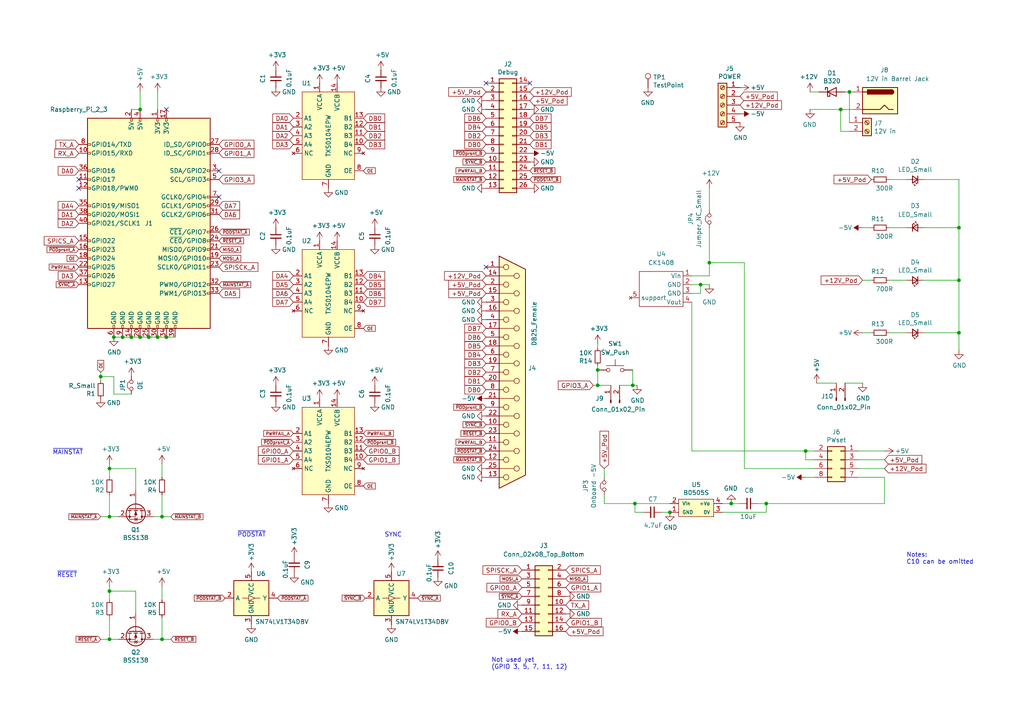
<source format=kicad_sch>
(kicad_sch (version 20231120) (generator "eeschema") (generator_version "8.0")
  (paper "A4")
  (title_block (date "2024-03-18") (rev "5.0") (comment 1 "CERN-OHL-version-2 ") (comment 3 "mirko (novintic)"))
  (junction (at 43.18 97.79))
  (junction (at 183.515 111.76))
  (junction (at 45.72 97.79))
  (junction (at 278.13 81.28))
  (junction (at 173.355 111.76))
  (junction (at 33.02 97.79))
  (junction (at 38.1 97.79))
  (junction (at 48.26 97.79))
  (junction (at 278.13 96.52))
  (junction (at 40.64 31.75))
  (junction (at 173.355 107.315))
  (junction (at 203.2 82.55))
  (junction (at 243.84 31.75))
  (junction (at 40.64 97.79))
  (junction (at 205.74 76.2))
  (junction (at 35.56 97.79))
  (junction (at 29.21 109.22))
  (junction (at 246.38 26.67))
  (junction (at 46.99 149.86))
  (junction (at 46.99 185.42))
  (junction (at 31.75 135.89))
  (junction (at 194.31 148.59))
  (junction (at 184.15 146.05))
  (junction (at 31.75 171.45))
  (junction (at 278.13 66.04))
  (junction (at 233.68 130.81))
  (junction (at 222.25 146.05))
  (junction (at 31.75 185.42))
  (junction (at 31.75 149.86))
  (junction (at 212.09 146.05))
  (no_connect (at 140.97 24.13))
  (no_connect (at 63.5 49.53))
  (no_connect (at 22.86 54.61))
  (no_connect (at 63.5 57.15))
  (no_connect (at 48.26 31.75))
  (no_connect (at 140.97 77.47))
  (no_connect (at 22.86 52.07))
  (no_connect (at 153.67 24.13))
  (wire (pts (xy 278.13 81.28) (xy 278.13 96.52)))
  (wire (pts (xy 46.99 143.51) (xy 46.99 149.86)))
  (wire (pts (xy 248.92 133.35) (xy 256.54 133.35)))
  (wire (pts (xy 252.73 81.28) (xy 250.19 81.28)))
  (wire (pts (xy 40.64 26.67) (xy 40.64 31.75)))
  (wire (pts (xy 236.855 111.125) (xy 242.57 111.125)))
  (wire (pts (xy 205.74 76.2) (xy 215.9 76.2)))
  (wire (pts (xy 203.2 82.55) (xy 205.74 82.55)))
  (wire (pts (xy 233.68 130.81) (xy 233.68 133.35)))
  (wire (pts (xy 184.15 148.59) (xy 186.69 148.59)))
  (wire (pts (xy 248.92 130.81) (xy 256.54 130.81)))
  (wire (pts (xy 33.02 114.3) (xy 38.1 114.3)))
  (wire (pts (xy 44.45 149.86) (xy 46.99 149.86)))
  (wire (pts (xy 248.92 138.43) (xy 256.54 138.43)))
  (wire (pts (xy 200.66 130.81) (xy 233.68 130.81)))
  (wire (pts (xy 262.89 66.04) (xy 257.81 66.04)))
  (wire (pts (xy 29.21 185.42) (xy 31.75 185.42)))
  (wire (pts (xy 46.99 185.42) (xy 49.53 185.42)))
  (wire (pts (xy 39.37 171.45) (xy 39.37 177.8)))
  (wire (pts (xy 246.38 38.1) (xy 243.84 38.1)))
  (wire (pts (xy 246.38 26.67) (xy 245.11 26.67)))
  (wire (pts (xy 205.74 54.61) (xy 205.74 60.96)))
  (wire (pts (xy 38.1 97.79) (xy 40.64 97.79)))
  (wire (pts (xy 29.21 149.86) (xy 31.75 149.86)))
  (wire (pts (xy 172.085 111.76) (xy 173.355 111.76)))
  (wire (pts (xy 48.26 97.79) (xy 50.8 97.79)))
  (wire (pts (xy 278.13 66.04) (xy 278.13 81.28)))
  (wire (pts (xy 246.38 35.56) (xy 246.38 26.67)))
  (wire (pts (xy 46.99 134.62) (xy 46.99 138.43)))
  (wire (pts (xy 31.75 135.89) (xy 39.37 135.89)))
  (wire (pts (xy 205.74 66.04) (xy 205.74 76.2)))
  (wire (pts (xy 233.68 133.35) (xy 236.22 133.35)))
  (wire (pts (xy 29.21 107.95) (xy 29.21 109.22)))
  (wire (pts (xy 183.515 107.315) (xy 183.515 111.76)))
  (wire (pts (xy 243.84 38.1) (xy 243.84 31.75)))
  (wire (pts (xy 200.66 82.55) (xy 203.2 82.55)))
  (wire (pts (xy 33.02 97.79) (xy 35.56 97.79)))
  (wire (pts (xy 179.705 111.76) (xy 183.515 111.76)))
  (wire (pts (xy 222.25 146.05) (xy 222.25 148.59)))
  (wire (pts (xy 205.74 76.2) (xy 205.74 80.01)))
  (wire (pts (xy 177.165 111.76) (xy 173.355 111.76)))
  (wire (pts (xy 278.13 96.52) (xy 278.13 101.6)))
  (wire (pts (xy 46.99 170.18) (xy 46.99 173.99)))
  (wire (pts (xy 222.25 146.05) (xy 256.54 146.05)))
  (wire (pts (xy 215.9 135.89) (xy 236.22 135.89)))
  (wire (pts (xy 233.68 138.43) (xy 236.22 138.43)))
  (wire (pts (xy 233.68 130.81) (xy 236.22 130.81)))
  (wire (pts (xy 267.97 52.07) (xy 278.13 52.07)))
  (wire (pts (xy 257.81 52.07) (xy 262.89 52.07)))
  (wire (pts (xy 203.2 85.09) (xy 203.2 82.55)))
  (wire (pts (xy 278.13 52.07) (xy 278.13 66.04)))
  (wire (pts (xy 183.515 111.76) (xy 184.785 111.76)))
  (wire (pts (xy 267.97 81.28) (xy 278.13 81.28)))
  (wire (pts (xy 257.81 81.28) (xy 262.89 81.28)))
  (wire (pts (xy 184.15 146.05) (xy 184.15 148.59)))
  (wire (pts (xy 219.71 146.05) (xy 222.25 146.05)))
  (wire (pts (xy 173.355 99.695) (xy 173.355 100.965)))
  (wire (pts (xy 44.45 185.42) (xy 46.99 185.42)))
  (wire (pts (xy 33.02 109.22) (xy 33.02 114.3)))
  (wire (pts (xy 173.355 106.045) (xy 173.355 107.315)))
  (wire (pts (xy 31.75 134.62) (xy 31.75 135.89)))
  (wire (pts (xy 250.19 96.52) (xy 252.73 96.52)))
  (wire (pts (xy 46.99 179.07) (xy 46.99 185.42)))
  (wire (pts (xy 200.66 85.09) (xy 203.2 85.09)))
  (wire (pts (xy 267.97 66.04) (xy 278.13 66.04)))
  (wire (pts (xy 247.65 26.67) (xy 246.38 26.67)))
  (wire (pts (xy 209.55 148.59) (xy 222.25 148.59)))
  (wire (pts (xy 38.1 31.75) (xy 40.64 31.75)))
  (wire (pts (xy 46.99 149.86) (xy 49.53 149.86)))
  (wire (pts (xy 212.09 146.05) (xy 214.63 146.05)))
  (wire (pts (xy 237.49 26.67) (xy 234.95 26.67)))
  (wire (pts (xy 175.26 143.51) (xy 175.26 146.05)))
  (wire (pts (xy 31.75 143.51) (xy 31.75 149.86)))
  (wire (pts (xy 31.75 171.45) (xy 39.37 171.45)))
  (wire (pts (xy 35.56 97.79) (xy 38.1 97.79)))
  (wire (pts (xy 248.92 135.89) (xy 256.54 135.89)))
  (wire (pts (xy 247.65 31.75) (xy 243.84 31.75)))
  (wire (pts (xy 29.21 109.22) (xy 29.21 110.49)))
  (wire (pts (xy 191.77 148.59) (xy 194.31 148.59)))
  (wire (pts (xy 209.55 146.05) (xy 212.09 146.05)))
  (wire (pts (xy 31.75 185.42) (xy 34.29 185.42)))
  (wire (pts (xy 267.97 96.52) (xy 278.13 96.52)))
  (wire (pts (xy 200.66 87.63) (xy 200.66 130.81)))
  (wire (pts (xy 257.81 96.52) (xy 262.89 96.52)))
  (wire (pts (xy 175.26 146.05) (xy 184.15 146.05)))
  (wire (pts (xy 45.72 97.79) (xy 48.26 97.79)))
  (wire (pts (xy 256.54 138.43) (xy 256.54 146.05)))
  (wire (pts (xy 215.9 76.2) (xy 215.9 135.89)))
  (wire (pts (xy 43.18 97.79) (xy 45.72 97.79)))
  (wire (pts (xy 45.72 26.67) (xy 45.72 31.75)))
  (wire (pts (xy 31.75 135.89) (xy 31.75 138.43)))
  (wire (pts (xy 31.75 179.07) (xy 31.75 185.42)))
  (wire (pts (xy 173.355 107.315) (xy 173.355 111.76)))
  (wire (pts (xy 39.37 135.89) (xy 39.37 142.24)))
  (wire (pts (xy 31.75 171.45) (xy 31.75 173.99)))
  (wire (pts (xy 243.84 31.75) (xy 234.95 31.75)))
  (wire (pts (xy 40.64 97.79) (xy 43.18 97.79)))
  (wire (pts (xy 31.75 149.86) (xy 34.29 149.86)))
  (wire (pts (xy 205.74 80.01) (xy 200.66 80.01)))
  (wire (pts (xy 184.15 146.05) (xy 194.31 146.05)))
  (wire (pts (xy 175.26 138.43) (xy 175.26 135.89)))
  (wire (pts (xy 250.19 66.04) (xy 252.73 66.04)))
  (wire (pts (xy 245.11 111.125) (xy 250.19 111.125)))
  (wire (pts (xy 29.21 109.22) (xy 33.02 109.22)))
  (wire (pts (xy 31.75 170.18) (xy 31.75 171.45)))
  (text "SYNC" (at 111.506 155.956 0) (effects (font (size 1.27 1.27)) (justify left bottom)))
  (text "~{PODSTAT}" (at 68.834 155.956 0) (effects (font (size 1.27 1.27)) (justify left bottom)))
  (text "~{RESET}" (at 16.51 167.64 0) (effects (font (size 1.27 1.27)) (justify left bottom)))
  (text "~{MAINSTAT}" (at 15.24 132.08 0) (effects (font (size 1.27 1.27)) (justify left bottom)))
  (text "Notes:\nC10 can be omitted\n" (at 262.89 163.83 0) (effects (font (size 1.27 1.27)) (justify left bottom)))
  (text "Not used yet\n(GPIO 3, 5, 7, 11, 12)" (at 142.494 194.31 0) (effects (font (size 1.27 1.27)) (justify left bottom)))
  (global_label "GPIO1_A" (shape input) (at 85.09 133.35 180) (property "Intersheetrefs" "${INTERSHEET_REFS}" (effects (hide yes))))
  (global_label "DA6" (shape input) (at 85.09 85.09 180) (property "Intersheetrefs" "${INTERSHEET_REFS}" (effects (hide yes))))
  (global_label "~{SYNC_A}" (shape input) (at 151.384 172.974 180) (effects (font (size 0.889 0.889))) (property "Intersheetrefs" "${INTERSHEET_REFS}" (effects (hide yes))))
  (global_label "GPIO1_B" (shape input) (at 164.084 180.594 0) (property "Intersheetrefs" "${INTERSHEET_REFS}" (effects (hide yes))))
  (global_label "+12V_Pod" (shape input) (at 153.67 26.67 0) (property "Intersheetrefs" "${INTERSHEET_REFS}" (effects (hide yes))))
  (global_label "DA5" (shape input) (at 63.5 85.09 0) (property "Intersheetrefs" "${INTERSHEET_REFS}" (effects (hide yes))))
  (global_label "TX_A" (shape input) (at 22.86 41.91 180) (property "Intersheetrefs" "${INTERSHEET_REFS}" (effects (hide yes))))
  (global_label "SPICS_A" (shape input) (at 22.86 69.85 180) (property "Intersheetrefs" "${INTERSHEET_REFS}" (effects (hide yes))))
  (global_label "+5V_Pod" (shape input) (at 214.63 27.94 0) (property "Intersheetrefs" "${INTERSHEET_REFS}" (effects (hide yes))))
  (global_label "~{SYNC_A}" (shape input) (at 121.158 173.482 0) (effects (font (size 0.889 0.889))) (property "Intersheetrefs" "${INTERSHEET_REFS}" (effects (hide yes))))
  (global_label "GPIO1_A" (shape input) (at 164.084 170.434 0) (property "Intersheetrefs" "${INTERSHEET_REFS}" (effects (hide yes))))
  (global_label "+5V_Pod" (shape input) (at 140.97 26.67 180) (property "Intersheetrefs" "${INTERSHEET_REFS}" (effects (hide yes))))
  (global_label "OE" (shape input) (at 105.41 140.97 0) (effects (font (size 0.889 0.889))) (property "Intersheetrefs" "${INTERSHEET_REFS}" (effects (hide yes))))
  (global_label "DB1" (shape input) (at 105.41 36.83 0) (property "Intersheetrefs" "${INTERSHEET_REFS}" (effects (hide yes))))
  (global_label "DB4" (shape input) (at 140.97 102.87 180) (property "Intersheetrefs" "${INTERSHEET_REFS}" (effects (hide yes))))
  (global_label "DB7" (shape input) (at 105.41 87.63 0) (property "Intersheetrefs" "${INTERSHEET_REFS}" (effects (hide yes))))
  (global_label "DB6" (shape input) (at 140.97 34.29 180) (property "Intersheetrefs" "${INTERSHEET_REFS}" (effects (hide yes))))
  (global_label "DB2" (shape input) (at 105.41 39.37 0) (property "Intersheetrefs" "${INTERSHEET_REFS}" (effects (hide yes))))
  (global_label "GPIO1_A" (shape input) (at 63.5 44.45 0) (property "Intersheetrefs" "${INTERSHEET_REFS}" (effects (hide yes))))
  (global_label "~{PODprsnt_A}" (shape input) (at 22.86 72.39 180) (effects (font (size 0.889 0.889))) (property "Intersheetrefs" "${INTERSHEET_REFS}" (effects (hide yes))))
  (global_label "SPISCK_A" (shape input) (at 151.384 165.354 180) (property "Intersheetrefs" "${INTERSHEET_REFS}" (effects (hide yes))))
  (global_label "~{SYNC_B}" (shape input) (at 140.97 46.99 180) (effects (font (size 0.889 0.889))) (property "Intersheetrefs" "${INTERSHEET_REFS}" (effects (hide yes))))
  (global_label "GPIO1_B" (shape input) (at 105.41 133.35 0) (property "Intersheetrefs" "${INTERSHEET_REFS}" (effects (hide yes))))
  (global_label "~{RESET_B}" (shape input) (at 153.67 49.53 0) (effects (font (size 0.889 0.889))) (property "Intersheetrefs" "${INTERSHEET_REFS}" (effects (hide yes))))
  (global_label "DB7" (shape input) (at 140.97 95.25 180) (property "Intersheetrefs" "${INTERSHEET_REFS}" (effects (hide yes))))
  (global_label "DA6" (shape input) (at 63.5 62.23 0) (property "Intersheetrefs" "${INTERSHEET_REFS}" (effects (hide yes))))
  (global_label "+5V_Pod" (shape input) (at 140.97 85.09 180) (property "Intersheetrefs" "${INTERSHEET_REFS}" (effects (hide yes))))
  (global_label "~{MAINSTAT_B}" (shape input) (at 140.97 133.35 180) (effects (font (size 0.889 0.889))) (property "Intersheetrefs" "${INTERSHEET_REFS}" (effects (hide yes))))
  (global_label "DB4" (shape input) (at 140.97 36.83 180) (property "Intersheetrefs" "${INTERSHEET_REFS}" (effects (hide yes))))
  (global_label "DB5" (shape input) (at 105.41 82.55 0) (property "Intersheetrefs" "${INTERSHEET_REFS}" (effects (hide yes))))
  (global_label "~{SYNC_A}" (shape input) (at 22.86 82.55 180) (effects (font (size 0.889 0.889))) (property "Intersheetrefs" "${INTERSHEET_REFS}" (effects (hide yes))))
  (global_label "PWRFAIL_B" (shape input) (at 140.97 128.27 180) (effects (font (size 0.889 0.889))) (property "Intersheetrefs" "${INTERSHEET_REFS}" (effects (hide yes))))
  (global_label "DB2" (shape input) (at 140.97 39.37 180) (property "Intersheetrefs" "${INTERSHEET_REFS}" (effects (hide yes))))
  (global_label "~{SYNC_B}" (shape input) (at 140.97 123.19 180) (effects (font (size 0.889 0.889))) (property "Intersheetrefs" "${INTERSHEET_REFS}" (effects (hide yes))))
  (global_label "DA4" (shape input) (at 22.86 59.69 180) (property "Intersheetrefs" "${INTERSHEET_REFS}" (effects (hide yes))))
  (global_label "RX_A" (shape input) (at 151.384 178.054 180) (property "Intersheetrefs" "${INTERSHEET_REFS}" (effects (hide yes))))
  (global_label "DB1" (shape input) (at 153.67 41.91 0) (property "Intersheetrefs" "${INTERSHEET_REFS}" (effects (hide yes))))
  (global_label "DB5" (shape input) (at 140.97 100.33 180) (property "Intersheetrefs" "${INTERSHEET_REFS}" (effects (hide yes))))
  (global_label "~{MAINSTAT_B}" (shape input) (at 140.97 52.07 180) (effects (font (size 0.889 0.889))) (property "Intersheetrefs" "${INTERSHEET_REFS}" (effects (hide yes))))
  (global_label "+12V_Pod" (shape input) (at 214.63 30.48 0) (property "Intersheetrefs" "${INTERSHEET_REFS}" (effects (hide yes))))
  (global_label "MOSI_A" (shape input) (at 151.384 167.894 180) (effects (font (size 0.889 0.889))) (property "Intersheetrefs" "${INTERSHEET_REFS}" (effects (hide yes))))
  (global_label "DB6" (shape input) (at 140.97 97.79 180) (property "Intersheetrefs" "${INTERSHEET_REFS}" (effects (hide yes))))
  (global_label "GPIO0_A" (shape input) (at 85.09 130.81 180) (property "Intersheetrefs" "${INTERSHEET_REFS}" (effects (hide yes))))
  (global_label "+5V_Pod" (shape input) (at 153.67 29.21 0) (property "Intersheetrefs" "${INTERSHEET_REFS}" (effects (hide yes))))
  (global_label "~{MAINSTAT_B}" (shape input) (at 49.53 149.86 0) (effects (font (size 0.889 0.889))) (property "Intersheetrefs" "${INTERSHEET_REFS}" (effects (hide yes))))
  (global_label "GPIO0_B" (shape input) (at 151.384 180.594 180) (property "Intersheetrefs" "${INTERSHEET_REFS}" (effects (hide yes))))
  (global_label "~{PODprsnt_B}" (shape input) (at 105.41 128.27 0) (effects (font (size 0.889 0.889))) (property "Intersheetrefs" "${INTERSHEET_REFS}" (effects (hide yes))))
  (global_label "TX_A" (shape input) (at 164.084 175.514 0) (property "Intersheetrefs" "${INTERSHEET_REFS}" (effects (hide yes))))
  (global_label "DB4" (shape input) (at 105.41 80.01 0) (property "Intersheetrefs" "${INTERSHEET_REFS}" (effects (hide yes))))
  (global_label "DA7" (shape input) (at 85.09 87.63 180) (property "Intersheetrefs" "${INTERSHEET_REFS}" (effects (hide yes))))
  (global_label "~{RESET_B}" (shape input) (at 49.53 185.42 0) (effects (font (size 0.889 0.889))) (property "Intersheetrefs" "${INTERSHEET_REFS}" (effects (hide yes))))
  (global_label "GPIO3_A" (shape input) (at 63.5 52.07 0) (property "Intersheetrefs" "${INTERSHEET_REFS}" (effects (hide yes))))
  (global_label "MISO_A" (shape input) (at 164.084 167.894 0) (effects (font (size 0.889 0.889))) (property "Intersheetrefs" "${INTERSHEET_REFS}" (effects (hide yes))))
  (global_label "OE" (shape input) (at 105.41 49.53 0) (effects (font (size 0.889 0.889))) (property "Intersheetrefs" "${INTERSHEET_REFS}" (effects (hide yes))))
  (global_label "DA1" (shape input) (at 22.86 62.23 180) (property "Intersheetrefs" "${INTERSHEET_REFS}" (effects (hide yes))))
  (global_label "DA0" (shape input) (at 85.09 34.29 180) (property "Intersheetrefs" "${INTERSHEET_REFS}" (effects (hide yes))))
  (global_label "~{PODprsnt_A}" (shape input) (at 85.09 128.27 180) (effects (font (size 0.889 0.889))) (property "Intersheetrefs" "${INTERSHEET_REFS}" (effects (hide yes))))
  (global_label "+5V_Pod" (shape input) (at 175.26 135.89 90) (property "Intersheetrefs" "${INTERSHEET_REFS}" (effects (hide yes))))
  (global_label "SPISCK_A" (shape input) (at 63.5 77.47 0) (property "Intersheetrefs" "${INTERSHEET_REFS}" (effects (hide yes))))
  (global_label "DA2" (shape input) (at 22.86 64.77 180) (property "Intersheetrefs" "${INTERSHEET_REFS}" (effects (hide yes))))
  (global_label "~{PODSTAT_A}" (shape input) (at 63.5 67.31 0) (effects (font (size 0.889 0.889))) (property "Intersheetrefs" "${INTERSHEET_REFS}" (effects (hide yes))))
  (global_label "DA5" (shape input) (at 85.09 82.55 180) (property "Intersheetrefs" "${INTERSHEET_REFS}" (effects (hide yes))))
  (global_label "DA7" (shape input) (at 63.5 59.69 0) (property "Intersheetrefs" "${INTERSHEET_REFS}" (effects (hide yes))))
  (global_label "DB7" (shape input) (at 153.67 34.29 0) (property "Intersheetrefs" "${INTERSHEET_REFS}" (effects (hide yes))))
  (global_label "+5V_Pod" (shape input) (at 256.54 133.35 0) (property "Intersheetrefs" "${INTERSHEET_REFS}" (effects (hide yes))))
  (global_label "DB2" (shape input) (at 140.97 107.95 180) (property "Intersheetrefs" "${INTERSHEET_REFS}" (effects (hide yes))))
  (global_label "~{RESET_A}" (shape input) (at 29.21 185.42 180) (effects (font (size 0.889 0.889))) (property "Intersheetrefs" "${INTERSHEET_REFS}" (effects (hide yes))))
  (global_label "~{PODprsnt_B}" (shape input) (at 140.97 44.45 180) (effects (font (size 0.889 0.889))) (property "Intersheetrefs" "${INTERSHEET_REFS}" (effects (hide yes))))
  (global_label "DB3" (shape input) (at 153.67 39.37 0) (property "Intersheetrefs" "${INTERSHEET_REFS}" (effects (hide yes))))
  (global_label "DA4" (shape input) (at 85.09 80.01 180) (property "Intersheetrefs" "${INTERSHEET_REFS}" (effects (hide yes))))
  (global_label "+5V_Pod" (shape input) (at 164.084 183.134 0) (property "Intersheetrefs" "${INTERSHEET_REFS}" (effects (hide yes))))
  (global_label "+12V_Pod" (shape input) (at 140.97 80.01 180) (property "Intersheetrefs" "${INTERSHEET_REFS}" (effects (hide yes))))
  (global_label "GPIO3_A" (shape input) (at 172.085 111.76 180) (property "Intersheetrefs" "${INTERSHEET_REFS}" (effects (hide yes))))
  (global_label "PWRFAIL_B" (shape input) (at 140.97 49.53 180) (effects (font (size 0.889 0.889))) (property "Intersheetrefs" "${INTERSHEET_REFS}" (effects (hide yes))))
  (global_label "~{RESET_B}" (shape input) (at 140.97 125.73 180) (effects (font (size 0.889 0.889))) (property "Intersheetrefs" "${INTERSHEET_REFS}" (effects (hide yes))))
  (global_label "DB0" (shape input) (at 105.41 34.29 0) (property "Intersheetrefs" "${INTERSHEET_REFS}" (effects (hide yes))))
  (global_label "GPIO0_A" (shape input) (at 151.384 170.434 180) (property "Intersheetrefs" "${INTERSHEET_REFS}" (effects (hide yes))))
  (global_label "PWRFAIL_B" (shape input) (at 105.41 125.73 0) (effects (font (size 0.889 0.889))) (property "Intersheetrefs" "${INTERSHEET_REFS}" (effects (hide yes))))
  (global_label "PWRFAIL_A" (shape input) (at 85.09 125.73 180) (effects (font (size 0.889 0.889))) (property "Intersheetrefs" "${INTERSHEET_REFS}" (effects (hide yes))))
  (global_label "~{PODprsnt_B}" (shape input) (at 140.97 118.11 180) (effects (font (size 0.889 0.889))) (property "Intersheetrefs" "${INTERSHEET_REFS}" (effects (hide yes))))
  (global_label "DB6" (shape input) (at 105.41 85.09 0) (property "Intersheetrefs" "${INTERSHEET_REFS}" (effects (hide yes))))
  (global_label "~{RESET_A}" (shape input) (at 63.5 69.85 0) (effects (font (size 0.889 0.889))) (property "Intersheetrefs" "${INTERSHEET_REFS}" (effects (hide yes))))
  (global_label "DB3" (shape input) (at 105.41 41.91 0) (property "Intersheetrefs" "${INTERSHEET_REFS}" (effects (hide yes))))
  (global_label "DB0" (shape input) (at 140.97 113.03 180) (property "Intersheetrefs" "${INTERSHEET_REFS}" (effects (hide yes))))
  (global_label "DB0" (shape input) (at 140.97 41.91 180) (property "Intersheetrefs" "${INTERSHEET_REFS}" (effects (hide yes))))
  (global_label "DB5" (shape input) (at 153.67 36.83 0) (property "Intersheetrefs" "${INTERSHEET_REFS}" (effects (hide yes))))
  (global_label "MOSI_A" (shape input) (at 63.5 74.93 0) (effects (font (size 0.889 0.889))) (property "Intersheetrefs" "${INTERSHEET_REFS}" (effects (hide yes))))
  (global_label "~{MAINSTAT_A}" (shape input) (at 29.21 149.86 180) (effects (font (size 0.889 0.889))) (property "Intersheetrefs" "${INTERSHEET_REFS}" (effects (hide yes))))
  (global_label "OE" (shape input) (at 22.86 74.93 180) (effects (font (size 0.889 0.889))) (property "Intersheetrefs" "${INTERSHEET_REFS}" (effects (hide yes))))
  (global_label "~{PODSTAT_B}" (shape input) (at 65.278 173.482 180) (effects (font (size 0.889 0.889))) (property "Intersheetrefs" "${INTERSHEET_REFS}" (effects (hide yes))))
  (global_label "GPIO0_B" (shape input) (at 105.41 130.81 0) (property "Intersheetrefs" "${INTERSHEET_REFS}" (effects (hide yes))))
  (global_label "+5V_Pod" (shape input) (at 252.73 52.07 180) (property "Intersheetrefs" "${INTERSHEET_REFS}" (effects (hide yes))))
  (global_label "~{MAINSTAT_A}" (shape input) (at 63.5 82.55 0) (effects (font (size 0.889 0.889))) (property "Intersheetrefs" "${INTERSHEET_REFS}" (effects (hide yes))))
  (global_label "~{PODSTAT_B}" (shape input) (at 140.97 130.81 180) (effects (font (size 0.889 0.889))) (property "Intersheetrefs" "${INTERSHEET_REFS}" (effects (hide yes))))
  (global_label "+12V_Pod" (shape input) (at 250.19 81.28 180) (property "Intersheetrefs" "${INTERSHEET_REFS}" (effects (hide yes))))
  (global_label "~{PODSTAT_B}" (shape input) (at 153.67 52.07 0) (effects (font (size 0.889 0.889))) (property "Intersheetrefs" "${INTERSHEET_REFS}" (effects (hide yes))))
  (global_label "+12V_Pod" (shape input) (at 256.54 135.89 0) (property "Intersheetrefs" "${INTERSHEET_REFS}" (effects (hide yes))))
  (global_label "DA0" (shape input) (at 22.86 49.53 180) (property "Intersheetrefs" "${INTERSHEET_REFS}" (effects (hide yes))))
  (global_label "MISO_A" (shape input) (at 63.5 72.39 0) (effects (font (size 0.889 0.889))) (property "Intersheetrefs" "${INTERSHEET_REFS}" (effects (hide yes))))
  (global_label "DA1" (shape input) (at 85.09 36.83 180) (property "Intersheetrefs" "${INTERSHEET_REFS}" (effects (hide yes))))
  (global_label "DB1" (shape input) (at 140.97 110.49 180) (property "Intersheetrefs" "${INTERSHEET_REFS}" (effects (hide yes))))
  (global_label "RX_A" (shape input) (at 22.86 44.45 180) (property "Intersheetrefs" "${INTERSHEET_REFS}" (effects (hide yes))))
  (global_label "+5V_Pod" (shape input) (at 140.97 82.55 180) (property "Intersheetrefs" "${INTERSHEET_REFS}" (effects (hide yes))))
  (global_label "DA3" (shape input) (at 85.09 41.91 180) (property "Intersheetrefs" "${INTERSHEET_REFS}" (effects (hide yes))))
  (global_label "DA3" (shape input) (at 22.86 80.01 180) (property "Intersheetrefs" "${INTERSHEET_REFS}" (effects (hide yes))))
  (global_label "DA2" (shape input) (at 85.09 39.37 180) (property "Intersheetrefs" "${INTERSHEET_REFS}" (effects (hide yes))))
  (global_label "SPICS_A" (shape input) (at 164.084 165.354 0) (property "Intersheetrefs" "${INTERSHEET_REFS}" (effects (hide yes))))
  (global_label "~{PODSTAT_A}" (shape input) (at 80.518 173.482 0) (effects (font (size 0.889 0.889))) (property "Intersheetrefs" "${INTERSHEET_REFS}" (effects (hide yes))))
  (global_label "GPIO0_A" (shape input) (at 63.5 41.91 0) (property "Intersheetrefs" "${INTERSHEET_REFS}" (effects (hide yes))))
  (global_label "OE" (shape input) (at 105.41 95.25 0) (effects (font (size 0.889 0.889))) (property "Intersheetrefs" "${INTERSHEET_REFS}" (effects (hide yes))))
  (global_label "PWRFAIL_A" (shape input) (at 22.86 77.47 180) (effects (font (size 0.889 0.889))) (property "Intersheetrefs" "${INTERSHEET_REFS}" (effects (hide yes))))
  (global_label "~{SYNC_B}" (shape input) (at 105.918 173.482 180) (effects (font (size 0.889 0.889))) (property "Intersheetrefs" "${INTERSHEET_REFS}" (effects (hide yes))))
  (global_label "DB3" (shape input) (at 140.97 105.41 180) (property "Intersheetrefs" "${INTERSHEET_REFS}" (effects (hide yes))))
  (global_label "OE" (shape input) (at 29.21 107.95 90) (effects (font (size 0.889 0.889))) (property "Intersheetrefs" "${INTERSHEET_REFS}" (effects (hide yes))))
  (symbol (lib_id "power:-5V") (at 140.97 115.57 90) (unit 1)
    (property "Reference" "#PWR039" (effects (hide yes)))
    (property "Value" "-5V" (at 135.89 115.57 90))
  )
  (symbol (lib_id "power:GND") (at 140.97 135.89 270) (unit 1)
    (property "Reference" "#PWR041" (effects (hide yes)))
    (property "Value" "GND" (at 135.89 135.89 90))
  )
  (symbol (lib_id "power:GND") (at 140.97 120.65 270) (unit 1)
    (property "Reference" "#PWR040" (effects (hide yes)))
    (property "Value" "GND" (at 135.89 120.65 90))
  )
  (symbol (lib_id "power:GND") (at 140.97 90.17 270) (unit 1)
    (property "Reference" "#PWR037" (effects (hide yes)))
    (property "Value" "GND" (at 135.89 90.17 90))
  )
  (symbol (lib_id "power:GND") (at 140.97 92.71 270) (unit 1)
    (property "Reference" "#PWR038" (effects (hide yes)))
    (property "Value" "GND" (at 135.89 92.71 90))
  )
  (symbol (lib_id "power:GND") (at 140.97 138.43 270) (unit 1)
    (property "Reference" "#PWR042" (effects (hide yes)))
    (property "Value" "GND" (at 135.89 138.43 90))
  )
  (symbol (lib_id "power:GND") (at 153.67 31.75 90) (unit 1)
    (property "Reference" "#PWR044" (effects (hide yes)))
    (property "Value" "GND" (at 158.75 31.75 90))
  )
  (symbol (lib_id "power:GND") (at 140.97 31.75 270) (unit 1)
    (property "Reference" "#PWR034" (effects (hide yes)))
    (property "Value" "GND" (at 135.89 31.75 90))
  )
  (symbol (lib_id "power:GND") (at 153.67 46.99 90) (unit 1)
    (property "Reference" "#PWR046" (effects (hide yes)))
    (property "Value" "GND" (at 158.75 46.99 90))
  )
  (symbol (lib_id "power:GND") (at 153.67 54.61 90) (unit 1)
    (property "Reference" "#PWR047" (effects (hide yes)))
    (property "Value" "GND" (at 158.75 54.61 90))
  )
  (symbol (lib_id "power:GND") (at 140.97 54.61 270) (unit 1)
    (property "Reference" "#PWR035" (effects (hide yes)))
    (property "Value" "GND" (at 135.89 54.61 90))
  )
  (symbol (lib_id "power:-5V") (at 153.67 44.45 270) (unit 1)
    (property "Reference" "#PWR045" (effects (hide yes)))
    (property "Value" "-5V" (at 158.75 44.45 90))
  )
  (symbol (lib_id "Device:R_Small") (at 29.21 113.03 180) (unit 1)
    (property "Reference" "R1" (at 27.7114 114.1984 0) (effects (justify left)))
    (property "Value" "R_Small" (at 27.7114 111.887 0) (effects (justify left)))
    (property "Footprint" "Resistor_SMD:R_0805_2012Metric_Pad1.20x1.40mm_HandSolder" (effects (hide yes)))
    (property "LCSC" "C510098" (effects (hide yes)))
  )
  (symbol (lib_id "Device:C_Small") (at 110.49 22.86 0) (unit 1)
    (property "Reference" "C4" (at 106.68 24.13 90) (effects (justify left)))
    (property "Value" "0.1uF" (at 114.3 25.4 90) (effects (justify left)))
    (property "Footprint" "Capacitor_SMD:C_0805_2012Metric_Pad1.18x1.45mm_HandSolder" (effects (hide yes)))
    (property "LCSC" "C138340" (effects (hide yes)))
  )
  (symbol (lib_id "Device:C_Small") (at 80.01 22.86 0) (unit 1)
    (property "Reference" "C1" (at 76.2 24.13 90) (effects (justify left)))
    (property "Value" "0.1uF" (at 83.82 25.4 90) (effects (justify left)))
    (property "Footprint" "Capacitor_SMD:C_0805_2012Metric_Pad1.18x1.45mm_HandSolder" (effects (hide yes)))
    (property "LCSC" "C138340" (effects (hide yes)))
  )
  (symbol (lib_id "power:+3.3V") (at 80.01 20.32 0) (unit 1)
    (property "Reference" "#PWR010" (effects (hide yes)))
    (property "Value" "+3V3" (at 80.391 15.9258 0))
  )
  (symbol (lib_id "power:+5V") (at 110.49 20.32 0) (unit 1)
    (property "Reference" "#PWR026" (effects (hide yes)))
    (property "Value" "+5V" (at 110.871 15.9258 0))
  )
  (symbol (lib_id "power:GND") (at 80.01 25.4 0) (unit 1)
    (property "Reference" "#PWR011" (effects (hide yes)))
    (property "Value" "GND" (at 83.82 26.67 0))
  )
  (symbol (lib_id "power:GND") (at 110.49 25.4 0) (unit 1)
    (property "Reference" "#PWR027" (effects (hide yes)))
    (property "Value" "GND" (at 114.3 26.67 0))
  )
  (symbol (lib_id "Connector:Raspberry_Pi_2_3") (at 43.18 64.77 0) (unit 1)
    (property "Reference" "J1" (at 43.18 64.77 0))
    (property "Value" "Raspberry_Pi_2_3" (at 22.86 31.75 0))
    (property "Footprint" "Connector_PinHeader_2.54mm:PinHeader_2x20_P2.54mm_Vertical" (effects (hide yes)))
    (property "Datasheet" "https://www.raspberrypi.org/documentation/hardware/raspberrypi/schematics/rpi_SCH_3bplus_1p0_reduced.pdf" (effects (hide yes)))
  )
  (symbol (lib_id "Device:C_Small") (at 80.01 68.58 0) (unit 1)
    (property "Reference" "C2" (at 76.2 69.85 90) (effects (justify left)))
    (property "Value" "0.1uF" (at 83.82 71.12 90) (effects (justify left)))
    (property "Footprint" "Capacitor_SMD:C_0805_2012Metric_Pad1.18x1.45mm_HandSolder" (effects (hide yes)))
    (property "LCSC" "C138340" (effects (hide yes)))
  )
  (symbol (lib_id "power:+3.3V") (at 80.01 66.04 0) (unit 1)
    (property "Reference" "#PWR012" (effects (hide yes)))
    (property "Value" "+3V3" (at 80.391 61.6458 0))
  )
  (symbol (lib_id "power:GND") (at 80.01 71.12 0) (unit 1)
    (property "Reference" "#PWR013" (effects (hide yes)))
    (property "Value" "GND" (at 83.82 72.39 0))
  )
  (symbol (lib_id "power:GND") (at 164.084 178.054 90) (unit 1)
    (property "Reference" "#PWR043" (effects (hide yes)))
    (property "Value" "GND" (at 169.164 178.054 90))
  )
  (symbol (lib_id "power:+3.3V") (at 45.72 26.67 0) (unit 1)
    (property "Reference" "#PWR09" (effects (hide yes)))
    (property "Value" "+3V3" (at 46.101 22.2758 0))
  )
  (symbol (lib_id "power:GND") (at 33.02 97.79 0) (unit 1)
    (property "Reference" "#PWR04" (effects (hide yes)))
    (property "Value" "GND" (at 33.147 102.1842 0))
  )
  (symbol (lib_id "power:GND") (at 140.97 87.63 270) (unit 1)
    (property "Reference" "#PWR036" (effects (hide yes)))
    (property "Value" "GND" (at 135.89 87.63 90))
  )
  (symbol (lib_id "power:GND") (at 140.97 29.21 270) (unit 1)
    (property "Reference" "#PWR033" (effects (hide yes)))
    (property "Value" "GND" (at 135.89 29.21 90))
  )
  (symbol (lib_id "power:GND") (at 29.21 115.57 0) (unit 1)
    (property "Reference" "#PWR01" (effects (hide yes)))
    (property "Value" "GND" (at 33.02 116.84 0))
  )
  (symbol (lib_id "FluCom9000:TXS0104EPW") (at 95.25 41.91 0) (unit 1)
    (property "Reference" "U1" (at 88.9 24.13 0))
    (property "Value" "TXS0104EPW" (at 95.25 39.37 90))
    (property "Footprint" "Package_SO:SOIC-14_3.9x8.7mm_P1.27mm" (effects (hide yes)))
    (property "Datasheet" "www.ti.com/lit/ds/symlink/txs0108e.pdf" (effects (hide yes)))
    (property "LCSC" "C79342" (effects (hide yes)))
  )
  (symbol (lib_id "FluCom9000:TXS0104EPW") (at 95.25 87.63 0) (unit 1)
    (property "Reference" "U2" (at 88.9 69.85 0))
    (property "Value" "TXS0104EPW" (at 95.25 85.09 90))
    (property "Footprint" "Package_SO:SOIC-14_3.9x8.7mm_P1.27mm" (effects (hide yes)))
    (property "Datasheet" "www.ti.com/lit/ds/symlink/txs0108e.pdf" (effects (hide yes)))
    (property "LCSC" "C79342" (effects (hide yes)))
  )
  (symbol (lib_id "FluCom9000:TXS0104EPW") (at 95.25 133.35 0) (unit 1)
    (property "Reference" "U3" (at 88.9 115.57 0))
    (property "Value" "TXS0104EPW" (at 95.25 130.81 90))
    (property "Footprint" "Package_SO:SOIC-14_3.9x8.7mm_P1.27mm" (effects (hide yes)))
    (property "Datasheet" "www.ti.com/lit/ds/symlink/txs0108e.pdf" (effects (hide yes)))
    (property "LCSC" "C79342" (effects (hide yes)))
  )
  (symbol (lib_id "Connector:DB25_Female") (at 148.59 107.95 0) (unit 1)
    (property "Reference" "J4" (at 153.162 106.7816 0) (effects (justify left)))
    (property "Value" "DB25_Female" (at 154.94 100.33 90) (effects (justify left)))
    (property "Footprint" "Connector_Dsub:DSUB-25_Female_Horizontal_P2.77x2.54mm_EdgePinOffset9.40mm" (effects (hide yes)))
    (property "Datasheet" " ~" (effects (hide yes)))
  )
  (symbol (lib_id "FluCom9000:B0505S") (at 201.93 147.32 0) (mirror x) (unit 1)
    (property "Reference" "U5" (at 201.93 140.589 0))
    (property "Value" "B0505S" (at 201.93 142.9004 0))
    (property "Footprint" "Converter_DCDC:Converter_DCDC_muRata_CRE1xxxxxxSC_THT" (effects (hide yes)))
  )
  (symbol (lib_id "Connector:Barrel_Jack") (at 255.27 29.21 0) (mirror y) (unit 1)
    (property "Reference" "J8" (at 256.54 20.32 0))
    (property "Value" "12V in Barrel Jack" (at 260.35 22.86 0))
    (property "Footprint" "Connector_BarrelJack:BarrelJack_Horizontal" (effects (hide yes)))
  )
  (symbol (lib_id "power:GND") (at 234.95 31.75 0) (mirror y) (unit 1)
    (property "Reference" "#PWR058" (effects (hide yes)))
    (property "Value" "GND" (at 234.823 36.1442 0))
  )
  (symbol (lib_id "power:+12V") (at 234.95 26.67 0) (mirror y) (unit 1)
    (property "Reference" "#PWR057" (effects (hide yes)))
    (property "Value" "+12V" (at 234.569 22.2758 0))
  )
  (symbol (lib_id "power:GND") (at 194.31 148.59 0) (unit 1)
    (property "Reference" "#PWR050" (effects (hide yes)))
    (property "Value" "GND" (at 194.437 152.9842 0))
  )
  (symbol (lib_id "power:GND") (at 212.09 146.05 180) (unit 1)
    (property "Reference" "#PWR053" (effects (hide yes)))
    (property "Value" "GND" (at 211.963 141.6558 0))
  )
  (symbol (lib_id "power:-5V") (at 233.68 138.43 90) (unit 1)
    (property "Reference" "#PWR062" (effects (hide yes)))
    (property "Value" "-5V" (at 228.6 138.43 90))
  )
  (symbol (lib_id "power:+12V") (at 205.74 54.61 0) (unit 1)
    (property "Reference" "#PWR051" (effects (hide yes)))
    (property "Value" "+12V" (at 206.121 50.2158 0))
  )
  (symbol (lib_id "power:+3.3V") (at 92.71 24.13 0) (unit 1)
    (property "Reference" "#PWR016" (effects (hide yes)))
    (property "Value" "+3V3" (at 93.091 19.7358 0))
  )
  (symbol (lib_id "power:+3.3V") (at 92.71 69.85 0) (unit 1)
    (property "Reference" "#PWR017" (effects (hide yes)))
    (property "Value" "+3V3" (at 93.091 65.4558 0))
  )
  (symbol (lib_id "power:+3.3V") (at 92.71 115.57 0) (unit 1)
    (property "Reference" "#PWR018" (effects (hide yes)))
    (property "Value" "+3V3" (at 93.091 111.1758 0))
  )
  (symbol (lib_id "power:+5V") (at 97.79 24.13 0) (unit 1)
    (property "Reference" "#PWR023" (effects (hide yes)))
    (property "Value" "+5V" (at 98.171 19.7358 0))
  )
  (symbol (lib_id "power:+5V") (at 97.79 69.85 0) (unit 1)
    (property "Reference" "#PWR024" (effects (hide yes)))
    (property "Value" "+5V" (at 98.171 65.4558 0))
  )
  (symbol (lib_id "power:+5V") (at 97.79 115.57 0) (unit 1)
    (property "Reference" "#PWR025" (effects (hide yes)))
    (property "Value" "+5V" (at 98.171 111.1758 0))
  )
  (symbol (lib_id "power:GND") (at 95.25 54.61 0) (unit 1)
    (property "Reference" "#PWR020" (effects (hide yes)))
    (property "Value" "GND" (at 99.06 55.88 0))
  )
  (symbol (lib_id "power:GND") (at 95.25 100.33 0) (unit 1)
    (property "Reference" "#PWR021" (effects (hide yes)))
    (property "Value" "GND" (at 99.06 101.6 0))
  )
  (symbol (lib_id "power:GND") (at 95.25 146.05 0) (unit 1)
    (property "Reference" "#PWR022" (effects (hide yes)))
    (property "Value" "GND" (at 99.06 147.32 0))
  )
  (symbol (lib_id "Connector_Generic:Conn_02x13_Top_Bottom") (at 146.05 39.37 0) (unit 1)
    (property "Reference" "J2" (at 147.32 18.6182 0))
    (property "Value" "Debug" (at 147.32 20.9296 0))
    (property "Footprint" "Fluke6809POD:PinHeader_2x13_P2.54mm_Vertical_Fluke_Numbering_mirrored" (effects (hide yes)))
  )
  (symbol (lib_id "power:+5V") (at 40.64 26.67 0) (unit 1)
    (property "Reference" "#PWR06" (effects (hide yes)))
    (property "Value" "+5V" (at 40.64 21.59 90))
  )
  (symbol (lib_id "Transistor_FET:BSS138") (at 39.37 147.32 270) (unit 1)
    (property "Reference" "Q1" (at 39.37 153.6446 90))
    (property "Value" "BSS138" (at 39.37 155.956 90))
    (property "Footprint" "Package_TO_SOT_SMD:SOT-23" (effects (hide yes)))
    (property "Datasheet" "https://www.fairchildsemi.com/datasheets/BS/BSS138.pdf" (effects (hide yes)))
    (property "LCSC" "C5190146" (effects (hide yes)))
  )
  (symbol (lib_id "power:+3.3V") (at 31.75 134.62 0) (unit 1)
    (property "Reference" "#PWR02" (effects (hide yes)))
    (property "Value" "+3V3" (at 32.131 130.2258 0))
  )
  (symbol (lib_id "power:+5V") (at 46.99 134.62 0) (unit 1)
    (property "Reference" "#PWR07" (effects (hide yes)))
    (property "Value" "+5V" (at 47.371 130.2258 0))
  )
  (symbol (lib_id "Device:R_Small") (at 31.75 140.97 180) (unit 1)
    (property "Reference" "R2" (at 30.2514 142.1384 0) (effects (justify left)))
    (property "Value" "10K" (at 30.2514 139.827 0) (effects (justify left)))
    (property "Footprint" "Resistor_SMD:R_0805_2012Metric_Pad1.20x1.40mm_HandSolder" (effects (hide yes)))
    (property "LCSC" "C510098" (effects (hide yes)))
  )
  (symbol (lib_id "Device:C_Small") (at 108.712 68.58 0) (unit 1)
    (property "Reference" "C5" (at 104.902 69.85 90) (effects (justify left)))
    (property "Value" "0.1uF" (at 112.522 71.12 90) (effects (justify left)))
    (property "Footprint" "Capacitor_SMD:C_0805_2012Metric_Pad1.18x1.45mm_HandSolder" (effects (hide yes)))
    (property "LCSC" "C138340" (effects (hide yes)))
  )
  (symbol (lib_id "power:+5V") (at 108.712 66.04 0) (unit 1)
    (property "Reference" "#PWR028" (effects (hide yes)))
    (property "Value" "+5V" (at 109.093 61.6458 0))
  )
  (symbol (lib_id "power:GND") (at 108.712 71.12 0) (unit 1)
    (property "Reference" "#PWR029" (effects (hide yes)))
    (property "Value" "GND" (at 112.522 72.39 0))
  )
  (symbol (lib_id "Device:C_Small") (at 80.01 114.3 0) (unit 1)
    (property "Reference" "C3" (at 76.2 115.57 90) (effects (justify left)))
    (property "Value" "0.1uF" (at 83.82 116.84 90) (effects (justify left)))
    (property "Footprint" "Capacitor_SMD:C_0805_2012Metric_Pad1.18x1.45mm_HandSolder" (effects (hide yes)))
    (property "LCSC" "C138340" (effects (hide yes)))
  )
  (symbol (lib_id "power:+3.3V") (at 80.01 111.76 0) (unit 1)
    (property "Reference" "#PWR014" (effects (hide yes)))
    (property "Value" "+3V3" (at 80.391 107.3658 0))
  )
  (symbol (lib_id "power:GND") (at 80.01 116.84 0) (unit 1)
    (property "Reference" "#PWR015" (effects (hide yes)))
    (property "Value" "GND" (at 83.82 118.11 0))
  )
  (symbol (lib_id "Device:C_Small") (at 108.712 114.3 0) (unit 1)
    (property "Reference" "C6" (at 104.902 115.57 90) (effects (justify left)))
    (property "Value" "0.1uF" (at 112.522 116.84 90) (effects (justify left)))
    (property "Footprint" "Capacitor_SMD:C_0805_2012Metric_Pad1.18x1.45mm_HandSolder" (effects (hide yes)))
    (property "LCSC" "C138340" (effects (hide yes)))
  )
  (symbol (lib_id "power:+5V") (at 108.712 111.76 0) (unit 1)
    (property "Reference" "#PWR030" (effects (hide yes)))
    (property "Value" "+5V" (at 109.093 107.3658 0))
  )
  (symbol (lib_id "power:GND") (at 108.712 116.84 0) (unit 1)
    (property "Reference" "#PWR031" (effects (hide yes)))
    (property "Value" "GND" (at 112.522 118.11 0))
  )
  (symbol (lib_id "Device:R_Small") (at 46.99 140.97 180) (unit 1)
    (property "Reference" "R4" (at 45.4914 142.1384 0) (effects (justify left)))
    (property "Value" "10K" (at 45.4914 139.827 0) (effects (justify left)))
    (property "Footprint" "Resistor_SMD:R_0805_2012Metric_Pad1.20x1.40mm_HandSolder" (effects (hide yes)))
    (property "LCSC" "C510098" (effects (hide yes)))
  )
  (symbol (lib_id "Transistor_FET:BSS138") (at 39.37 182.88 270) (unit 1)
    (property "Reference" "Q2" (at 39.37 189.2046 90))
    (property "Value" "BSS138" (at 39.37 191.516 90))
    (property "Footprint" "Package_TO_SOT_SMD:SOT-23" (effects (hide yes)))
    (property "Datasheet" "https://www.fairchildsemi.com/datasheets/BS/BSS138.pdf" (effects (hide yes)))
    (property "LCSC" "C5190146" (effects (hide yes)))
  )
  (symbol (lib_id "power:+3.3V") (at 31.75 170.18 0) (unit 1)
    (property "Reference" "#PWR03" (effects (hide yes)))
    (property "Value" "+3V3" (at 32.131 165.7858 0))
  )
  (symbol (lib_id "power:+5V") (at 46.99 170.18 0) (unit 1)
    (property "Reference" "#PWR08" (effects (hide yes)))
    (property "Value" "+5V" (at 47.371 165.7858 0))
  )
  (symbol (lib_id "Device:R_Small") (at 31.75 176.53 180) (unit 1)
    (property "Reference" "R3" (at 30.2514 177.6984 0) (effects (justify left)))
    (property "Value" "10K" (at 30.2514 175.387 0) (effects (justify left)))
    (property "Footprint" "Resistor_SMD:R_0805_2012Metric_Pad1.20x1.40mm_HandSolder" (effects (hide yes)))
    (property "LCSC" "C510098" (effects (hide yes)))
  )
  (symbol (lib_id "Device:R_Small") (at 46.99 176.53 180) (unit 1)
    (property "Reference" "R5" (at 45.4914 177.6984 0) (effects (justify left)))
    (property "Value" "10K" (at 45.4914 175.387 0) (effects (justify left)))
    (property "Footprint" "Resistor_SMD:R_0805_2012Metric_Pad1.20x1.40mm_HandSolder" (effects (hide yes)))
    (property "LCSC" "C510098" (effects (hide yes)))
  )
  (symbol (lib_id "Device:LED_Small") (at 265.43 66.04 0) (unit 1)
    (property "Reference" "D3" (at 265.43 59.69 0))
    (property "Value" "LED_Small" (at 265.43 62.23 0))
    (property "Footprint" "LED_SMD:LED_0805_2012Metric_Pad1.15x1.40mm_HandSolder" (effects (hide yes)))
    (property "LCSC" "C189307" (effects (hide yes)))
  )
  (symbol (lib_id "Device:LED_Small") (at 265.43 81.28 180) (unit 1)
    (property "Reference" "D4" (at 265.43 76.073 0))
    (property "Value" "LED_Small" (at 265.43 78.3844 0))
    (property "Footprint" "LED_SMD:LED_0805_2012Metric_Pad1.15x1.40mm_HandSolder" (effects (hide yes)))
    (property "LCSC" "C189307" (effects (hide yes)))
  )
  (symbol (lib_id "Device:LED_Small") (at 265.43 52.07 180) (unit 1)
    (property "Reference" "D2" (at 265.43 46.863 0))
    (property "Value" "LED_Small" (at 265.43 49.1744 0))
    (property "Footprint" "LED_SMD:LED_0805_2012Metric_Pad1.15x1.40mm_HandSolder" (effects (hide yes)))
    (property "LCSC" "C189307" (effects (hide yes)))
  )
  (symbol (lib_id "Device:R_Small") (at 255.27 52.07 90) (unit 1)
    (property "Reference" "R10" (at 256.54 49.53 90) (effects (justify left)))
    (property "Value" "300R" (at 259.08 54.61 90) (effects (justify left)))
    (property "Footprint" "Resistor_SMD:R_0805_2012Metric_Pad1.20x1.40mm_HandSolder" (effects (hide yes)))
    (property "LCSC" "C365284" (effects (hide yes)))
  )
  (symbol (lib_id "Device:R_Small") (at 255.27 66.04 90) (unit 1)
    (property "Reference" "R11" (at 256.54 63.5 90) (effects (justify left)))
    (property "Value" "300R" (at 259.08 68.58 90) (effects (justify left)))
    (property "Footprint" "Resistor_SMD:R_0805_2012Metric_Pad1.20x1.40mm_HandSolder" (effects (hide yes)))
    (property "LCSC" "C365284" (effects (hide yes)))
  )
  (symbol (lib_id "Connector:Screw_Terminal_01x05") (at 209.55 30.48 0) (mirror y) (unit 1)
    (property "Reference" "J5" (at 211.6328 19.8882 0))
    (property "Value" "POWER" (at 211.6328 22.1996 0))
    (property "Footprint" "TerminalBlock:TerminalBlock_bornier-5_P5.08mm" (effects (hide yes)))
  )
  (symbol (lib_id "power:+5V") (at 214.63 25.4 270) (unit 1)
    (property "Reference" "#PWR054" (effects (hide yes)))
    (property "Value" "+5V" (at 219.71 25.4 90))
  )
  (symbol (lib_id "power:-5V") (at 214.63 33.02 270) (unit 1)
    (property "Reference" "#PWR055" (effects (hide yes)))
    (property "Value" "-5V" (at 219.71 33.02 90))
  )
  (symbol (lib_id "power:GND") (at 214.63 35.56 0) (unit 1)
    (property "Reference" "#PWR056" (effects (hide yes)))
    (property "Value" "GND" (at 214.757 39.9542 0))
  )
  (symbol (lib_id "power:-5V") (at 250.19 66.04 90) (unit 1)
    (property "Reference" "#PWR059" (effects (hide yes)))
    (property "Value" "-5V" (at 245.11 66.04 90))
  )
  (symbol (lib_id "power:GND") (at 278.13 101.6 0) (unit 1)
    (property "Reference" "#PWR063" (effects (hide yes)))
    (property "Value" "GND" (at 278.257 105.9942 0))
  )
  (symbol (lib_id "power:+5V") (at 256.54 130.81 270) (unit 1)
    (property "Reference" "#PWR061" (effects (hide yes)))
    (property "Value" "+5V" (at 261.62 130.81 90))
  )
  (symbol (lib_id "Device:R_Small") (at 255.27 81.28 90) (unit 1)
    (property "Reference" "R12" (at 256.54 78.74 90) (effects (justify left)))
    (property "Value" "700R" (at 259.08 83.82 90) (effects (justify left)))
    (property "Footprint" "Resistor_SMD:R_0805_2012Metric_Pad1.20x1.40mm_HandSolder" (effects (hide yes)))
    (property "LCSC" "C229239" (effects (hide yes)))
  )
  (symbol (lib_id "Device:C_Small") (at 217.17 146.05 270) (unit 1)
    (property "Reference" "C8" (at 215.9 142.24 90) (effects (justify left)))
    (property "Value" "10uF" (at 214.63 149.86 90) (effects (justify left)))
    (property "Footprint" "Capacitor_SMD:C_0805_2012Metric_Pad1.18x1.45mm_HandSolder" (effects (hide yes)))
    (property "LCSC" "C83061" (effects (hide yes)))
  )
  (symbol (lib_id "Device:C_Small") (at 189.23 148.59 270) (unit 1)
    (property "Reference" "C7" (at 187.96 144.78 90) (effects (justify left)))
    (property "Value" "4.7uF" (at 186.69 152.4 90) (effects (justify left)))
    (property "Footprint" "Capacitor_SMD:C_0805_2012Metric_Pad1.18x1.45mm_HandSolder" (effects (hide yes)))
    (property "LCSC" "C77077" (effects (hide yes)))
  )
  (symbol (lib_id "Connector:TestPoint") (at 187.96 25.4 0) (unit 1)
    (property "Reference" "TP1" (at 189.4332 22.4028 0) (effects (justify left)))
    (property "Value" "TestPoint" (at 189.4332 24.7142 0) (effects (justify left)))
    (property "Footprint" "Connector_PinHeader_2.54mm:PinHeader_1x01_P2.54mm_Vertical" (effects (hide yes)))
  )
  (symbol (lib_id "power:GND") (at 187.96 25.4 0) (mirror y) (unit 1)
    (property "Reference" "#PWR049" (effects (hide yes)))
    (property "Value" "GND" (at 187.833 29.7942 0))
  )
  (symbol (lib_id "Device:LED_Small") (at 265.43 96.52 180) (unit 1)
    (property "Reference" "D5" (at 265.43 91.313 0))
    (property "Value" "LED_Small" (at 265.43 93.6244 0))
    (property "Footprint" "LED_SMD:LED_0805_2012Metric_Pad1.15x1.40mm_HandSolder" (effects (hide yes)))
    (property "LCSC" "C189307" (effects (hide yes)))
  )
  (symbol (lib_id "Device:R_Small") (at 255.27 96.52 90) (unit 1)
    (property "Reference" "R13" (at 256.54 93.98 90) (effects (justify left)))
    (property "Value" "300R" (at 259.08 99.06 90) (effects (justify left)))
    (property "Footprint" "Resistor_SMD:R_0805_2012Metric_Pad1.20x1.40mm_HandSolder" (effects (hide yes)))
    (property "LCSC" "C365284" (effects (hide yes)))
  )
  (symbol (lib_id "power:+5V") (at 250.19 96.52 90) (unit 1)
    (property "Reference" "#PWR060" (effects (hide yes)))
    (property "Value" "+5V" (at 245.11 96.52 90))
  )
  (symbol (lib_id "Diode:B320") (at 241.3 26.67 0) (unit 1)
    (property "Reference" "D1" (at 241.3 21.1836 0))
    (property "Value" "B320" (at 241.3 23.495 0))
    (property "Footprint" "Diode_SMD:D_SMC" (effects (hide yes)))
    (property "Datasheet" "http://www.jameco.com/Jameco/Products/ProdDS/1538777.pdf" (effects (hide yes)))
    (property "LCSC" "C134448" (effects (hide yes)))
  )
  (symbol (lib_id "Connector:Screw_Terminal_01x02") (at 251.46 35.56 0) (unit 1)
    (property "Reference" "J7" (at 253.492 35.7632 0) (effects (justify left)))
    (property "Value" "12V in" (at 253.492 38.0746 0) (effects (justify left)))
    (property "Footprint" "TerminalBlock:TerminalBlock_bornier-2_P5.08mm" (effects (hide yes)))
  )
  (symbol (lib_id "Device:Jumper_NC_Small") (at 38.1 111.76 90) (unit 1)
    (property "Reference" "JP1" (at 35.56 111.76 0))
    (property "Value" "OE" (at 40.64 111.76 0))
    (property "Footprint" "Connector_PinHeader_2.54mm:PinHeader_1x02_P2.54mm_Vertical" (effects (hide yes)))
  )
  (symbol (lib_id "power:+3.3V") (at 38.1 109.22 0) (unit 1)
    (property "Reference" "#PWR05" (effects (hide yes)))
    (property "Value" "+3V3" (at 38.481 104.8258 0))
  )
  (symbol (lib_id "Device:Jumper_NC_Small") (at 175.26 140.97 90) (unit 1)
    (property "Reference" "JP3" (at 169.8752 140.97 0))
    (property "Value" "Onboard -5V" (at 172.1866 140.97 0))
    (property "Footprint" "Connector_PinHeader_2.54mm:PinHeader_1x02_P2.54mm_Vertical" (effects (hide yes)))
  )
  (symbol (lib_id "power:+3.3V") (at 113.538 165.862 0) (unit 1)
    (property "Reference" "#PWR070" (effects (hide yes)))
    (property "Value" "+3V3" (at 113.538 160.147 90))
  )
  (symbol (lib_id "power:GND") (at 85.344 166.37 0) (unit 1)
    (property "Reference" "#PWR032" (effects (hide yes)))
    (property "Value" "GND" (at 89.154 168.91 0))
  )
  (symbol (lib_id "Connector:Conn_01x02_Pin") (at 177.165 116.84 90) (unit 1)
    (property "Reference" "J9" (at 172.72 115.57 90) (effects (justify right)))
    (property "Value" "Conn_01x02_Pin" (at 171.45 118.745 90) (effects (justify right)))
    (property "Footprint" "Connector_PinHeader_2.54mm:PinHeader_1x02_P2.54mm_Vertical" (effects (hide yes)))
  )
  (symbol (lib_id "Device:C_Small") (at 85.344 163.83 180) (unit 1)
    (property "Reference" "C9" (at 89.154 163.83 90))
    (property "Value" "0.1uF" (at 82.804 165.1 90))
    (property "Footprint" "Capacitor_SMD:C_0805_2012Metric_Pad1.18x1.45mm_HandSolder" (effects (hide yes)))
    (property "LCSC" "C126469" (effects (hide yes)))
  )
  (symbol (lib_id "Device:C_Small") (at 127 164.846 180) (unit 1)
    (property "Reference" "C10" (at 130.81 164.846 90))
    (property "Value" "0.1uF" (at 124.46 166.116 90))
    (property "Footprint" "Capacitor_SMD:C_0805_2012Metric_Pad1.18x1.45mm_HandSolder" (effects (hide yes)))
    (property "LCSC" "C126469" (effects (hide yes)))
  )
  (symbol (lib_id "Connector_Generic:Conn_02x04_Odd_Even") (at 243.84 133.35 0) (mirror y) (unit 1)
    (property "Reference" "J6" (at 242.57 125.2982 0))
    (property "Value" "PWset" (at 242.57 127.6096 0))
    (property "Footprint" "Connector_PinHeader_2.54mm:PinHeader_2x04_P2.54mm_Vertical" (effects (hide yes)))
  )
  (symbol (lib_id "Logic_LevelTranslator:SN74LV1T34DBV") (at 72.898 173.482 0) (unit 1)
    (property "Reference" "U6" (at 75.692 166.37 0))
    (property "Value" "SN74LV1T34DBV" (at 81.788 180.34 0))
    (property "Footprint" "Package_TO_SOT_SMD:SOT-23-5" (effects (hide yes)))
    (property "Datasheet" "https://www.ti.com/lit/ds/symlink/sn74lv1t34.pdf" (effects (hide yes)))
    (property "Description" "Single Power Supply, Single Buffer GATE, CMOS Logic, Level Shifter, SOT-23-5" (effects (hide yes)))
    (property "LCSC" "C100024" (effects (hide yes)))
  )
  (symbol (lib_id "Connector_Generic:Conn_02x08_Odd_Even") (at 156.464 172.974 0) (unit 1)
    (property "Reference" "J3" (at 157.734 158.242 0))
    (property "Value" "Conn_02x08_Top_Bottom" (at 157.734 160.782 0))
    (property "Footprint" "Connector_PinHeader_2.54mm:PinHeader_2x08_P2.54mm_Vertical" (effects (hide yes)))
  )
  (symbol (lib_id "power:GND") (at 250.19 111.125 0) (unit 1)
    (property "Reference" "#PWR065" (effects (hide yes)))
    (property "Value" "GND" (at 250.317 115.5192 0))
  )
  (symbol (lib_id "power:GND") (at 184.785 111.76 0) (unit 1)
    (property "Reference" "#PWR064" (effects (hide yes)))
    (property "Value" "GND" (at 184.912 116.1542 0))
  )
  (symbol (lib_id "power:GND") (at 72.898 181.102 0) (unit 1)
    (property "Reference" "#PWR069" (effects (hide yes)))
    (property "Value" "GND" (at 72.898 185.547 0))
  )
  (symbol (lib_id "power:-5V") (at 151.384 183.134 90) (unit 1)
    (property "Reference" "#PWR048" (effects (hide yes)))
    (property "Value" "-5V" (at 146.304 183.134 90))
  )
  (symbol (lib_id "power:GND") (at 205.74 82.55 0) (unit 1)
    (property "Reference" "#PWR052" (effects (hide yes)))
    (property "Value" "GND" (at 205.74 87.63 0))
  )
  (symbol (lib_id "power:+5V") (at 236.855 111.125 0) (unit 1)
    (property "Reference" "#PWR066" (effects (hide yes)))
    (property "Value" "+5V" (at 236.855 106.045 90))
  )
  (symbol (lib_id "Logic_LevelTranslator:SN74LV1T34DBV") (at 113.538 173.482 0) (unit 1)
    (property "Reference" "U7" (at 116.332 166.37 0))
    (property "Value" "SN74LV1T34DBV" (at 122.428 180.34 0))
    (property "Footprint" "Package_TO_SOT_SMD:SOT-23-5" (effects (hide yes)))
    (property "Datasheet" "https://www.ti.com/lit/ds/symlink/sn74lv1t34.pdf" (effects (hide yes)))
    (property "Description" "Single Power Supply, Single Buffer GATE, CMOS Logic, Level Shifter, SOT-23-5" (effects (hide yes)))
    (property "LCSC" "C100024" (effects (hide yes)))
  )
  (symbol (lib_id "power:+3.3V") (at 127 162.306 0) (unit 1)
    (property "Reference" "#PWR072" (effects (hide yes)))
    (property "Value" "+3V3" (at 127 156.591 90))
  )
  (symbol (lib_id "Switch:SW_Push") (at 178.435 107.315 0) (unit 1)
    (property "Reference" "SW1" (at 178.435 99.695 0))
    (property "Value" "SW_Push" (at 178.435 102.235 0))
    (property "Footprint" "Button_Switch_SMD:SW_Push_1P1T_NO_CK_KSC6xxJ" (effects (hide yes)))
  )
  (symbol (lib_id "power:GND") (at 127 167.386 0) (unit 1)
    (property "Reference" "#PWR073" (effects (hide yes)))
    (property "Value" "GND" (at 130.81 169.926 0))
  )
  (symbol (lib_id "Device:Jumper_NC_Small") (at 205.74 63.5 90) (unit 1)
    (property "Reference" "JP4" (at 200.3552 63.5 0))
    (property "Value" "Jumper_NC_Small" (at 202.6666 63.5 0))
    (property "Footprint" "Connector_PinHeader_2.54mm:PinHeader_1x02_P2.54mm_Vertical" (effects (hide yes)))
  )
  (symbol (lib_id "power:GND") (at 151.384 175.514 270) (unit 1)
    (property "Reference" "#PWR0102" (effects (hide yes)))
    (property "Value" "GND" (at 146.304 175.514 90))
  )
  (symbol (lib_id "power:+3.3V") (at 173.355 99.695 0) (unit 1)
    (property "Reference" "#PWR067" (effects (hide yes)))
    (property "Value" "+3V3" (at 173.736 95.3008 0))
  )
  (symbol (lib_id "power:+3.3V") (at 85.344 161.29 0) (unit 1)
    (property "Reference" "#PWR019" (effects (hide yes)))
    (property "Value" "+3V3" (at 85.344 155.575 90))
  )
  (symbol (lib_id "power:+3.3V") (at 72.898 165.862 0) (unit 1)
    (property "Reference" "#PWR068" (effects (hide yes)))
    (property "Value" "+3V3" (at 72.898 160.147 90))
  )
  (symbol (lib_id "FluCom9000:CK1408") (at 191.77 83.82 0) (unit 1)
    (property "Reference" "U4" (at 191.77 73.66 0))
    (property "Value" "CK1408" (at 191.77 76.2 0))
    (property "Footprint" "Converter_DCDC:CK1408" (effects (hide yes)))
  )
  (symbol (lib_id "power:GND") (at 164.084 172.974 90) (unit 1)
    (property "Reference" "#PWR0101" (effects (hide yes)))
    (property "Value" "GND" (at 169.164 172.974 90))
  )
  (symbol (lib_id "Device:R_Small") (at 173.355 103.505 180) (unit 1)
    (property "Reference" "R14" (at 171.8564 104.6734 0) (effects (justify left)))
    (property "Value" "10K" (at 171.8564 102.362 0) (effects (justify left)))
    (property "Footprint" "Resistor_SMD:R_0805_2012Metric_Pad1.20x1.40mm_HandSolder" (effects (hide yes)))
    (property "LCSC" "C510098" (effects (hide yes)))
  )
  (symbol (lib_id "Connector:Conn_01x02_Pin") (at 242.57 116.205 90) (unit 1)
    (property "Reference" "J10" (at 238.125 114.935 90) (effects (justify right)))
    (property "Value" "Conn_01x02_Pin" (at 236.855 118.11 90) (effects (justify right)))
    (property "Footprint" "Connector_PinHeader_2.54mm:PinHeader_1x02_P2.54mm_Vertical" (effects (hide yes)))
  )
  (symbol (lib_id "power:GND") (at 113.538 181.102 0) (unit 1)
    (property "Reference" "#PWR071" (effects (hide yes)))
    (property "Value" "GND" (at 113.538 185.547 0))
  )
)
</source>
